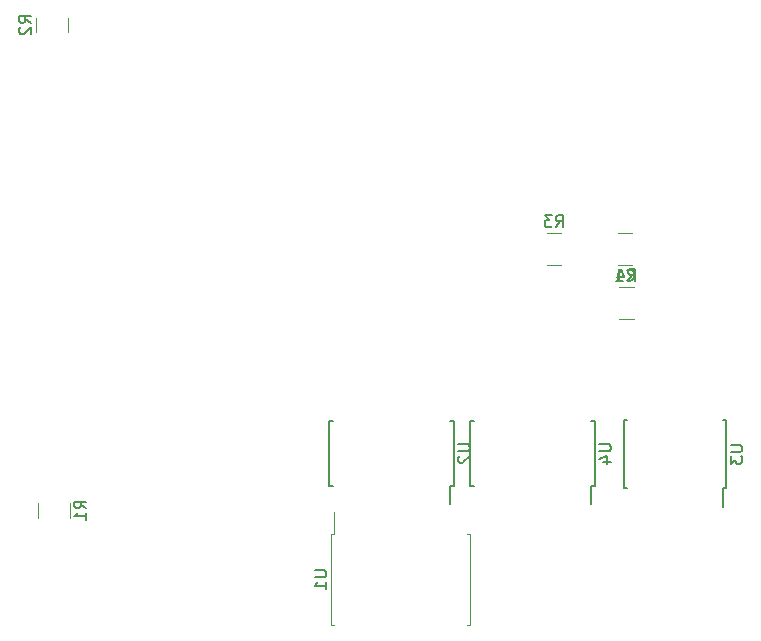
<source format=gbr>
G04 #@! TF.GenerationSoftware,KiCad,Pcbnew,(5.1.4-0-10_14)*
G04 #@! TF.CreationDate,2020-02-23T16:46:41+00:00*
G04 #@! TF.ProjectId,Bottom PCB,426f7474-6f6d-4205-9043-422e6b696361,rev?*
G04 #@! TF.SameCoordinates,Original*
G04 #@! TF.FileFunction,Legend,Bot*
G04 #@! TF.FilePolarity,Positive*
%FSLAX46Y46*%
G04 Gerber Fmt 4.6, Leading zero omitted, Abs format (unit mm)*
G04 Created by KiCad (PCBNEW (5.1.4-0-10_14)) date 2020-02-23 16:46:41*
%MOMM*%
%LPD*%
G04 APERTURE LIST*
%ADD10C,0.120000*%
%ADD11C,0.150000*%
G04 APERTURE END LIST*
D10*
X138378000Y-112218000D02*
X138378000Y-110403000D01*
X138133000Y-112218000D02*
X138378000Y-112218000D01*
X138133000Y-116078000D02*
X138133000Y-112218000D01*
X138133000Y-119938000D02*
X138378000Y-119938000D01*
X138133000Y-116078000D02*
X138133000Y-119938000D01*
X149903000Y-112218000D02*
X149658000Y-112218000D01*
X149903000Y-116078000D02*
X149903000Y-112218000D01*
X149903000Y-119938000D02*
X149658000Y-119938000D01*
X149903000Y-116078000D02*
X149903000Y-119938000D01*
D11*
X171363000Y-108329000D02*
X171363000Y-109929000D01*
X162938000Y-108329000D02*
X162938000Y-102579000D01*
X171588000Y-108329000D02*
X171588000Y-102579000D01*
X162938000Y-108329000D02*
X163238000Y-108329000D01*
X162938000Y-102579000D02*
X163238000Y-102579000D01*
X171588000Y-102579000D02*
X171288000Y-102579000D01*
X171588000Y-108329000D02*
X171363000Y-108329000D01*
D10*
X163760564Y-94006500D02*
X162556436Y-94006500D01*
X163760564Y-91286500D02*
X162556436Y-91286500D01*
X157610564Y-89434500D02*
X156406436Y-89434500D01*
X157610564Y-86714500D02*
X156406436Y-86714500D01*
X162438936Y-86714500D02*
X163643064Y-86714500D01*
X162438936Y-89434500D02*
X163643064Y-89434500D01*
D11*
X160194000Y-108185000D02*
X160194000Y-109710000D01*
X149919000Y-108185000D02*
X149919000Y-102635000D01*
X160469000Y-108185000D02*
X160469000Y-102635000D01*
X149919000Y-108185000D02*
X150274000Y-108185000D01*
X149919000Y-102635000D02*
X150274000Y-102635000D01*
X160469000Y-102635000D02*
X160114000Y-102635000D01*
X160469000Y-108185000D02*
X160194000Y-108185000D01*
X148256000Y-108185000D02*
X148256000Y-109710000D01*
X137981000Y-108185000D02*
X137981000Y-102635000D01*
X148531000Y-108185000D02*
X148531000Y-102635000D01*
X137981000Y-108185000D02*
X138336000Y-108185000D01*
X137981000Y-102635000D02*
X138336000Y-102635000D01*
X148531000Y-102635000D02*
X148176000Y-102635000D01*
X148531000Y-108185000D02*
X148256000Y-108185000D01*
D10*
X113321000Y-110838064D02*
X113321000Y-109633936D01*
X116041000Y-110838064D02*
X116041000Y-109633936D01*
X115914000Y-68522436D02*
X115914000Y-69726564D01*
X113194000Y-68522436D02*
X113194000Y-69726564D01*
D11*
X136750380Y-115316095D02*
X137559904Y-115316095D01*
X137655142Y-115363714D01*
X137702761Y-115411333D01*
X137750380Y-115506571D01*
X137750380Y-115697047D01*
X137702761Y-115792285D01*
X137655142Y-115839904D01*
X137559904Y-115887523D01*
X136750380Y-115887523D01*
X137750380Y-116887523D02*
X137750380Y-116316095D01*
X137750380Y-116601809D02*
X136750380Y-116601809D01*
X136893238Y-116506571D01*
X136988476Y-116411333D01*
X137036095Y-116316095D01*
X171965380Y-104692095D02*
X172774904Y-104692095D01*
X172870142Y-104739714D01*
X172917761Y-104787333D01*
X172965380Y-104882571D01*
X172965380Y-105073047D01*
X172917761Y-105168285D01*
X172870142Y-105215904D01*
X172774904Y-105263523D01*
X171965380Y-105263523D01*
X171965380Y-105644476D02*
X171965380Y-106263523D01*
X172346333Y-105930190D01*
X172346333Y-106073047D01*
X172393952Y-106168285D01*
X172441571Y-106215904D01*
X172536809Y-106263523D01*
X172774904Y-106263523D01*
X172870142Y-106215904D01*
X172917761Y-106168285D01*
X172965380Y-106073047D01*
X172965380Y-105787333D01*
X172917761Y-105692095D01*
X172870142Y-105644476D01*
X163325166Y-90818880D02*
X163658500Y-90342690D01*
X163896595Y-90818880D02*
X163896595Y-89818880D01*
X163515642Y-89818880D01*
X163420404Y-89866500D01*
X163372785Y-89914119D01*
X163325166Y-90009357D01*
X163325166Y-90152214D01*
X163372785Y-90247452D01*
X163420404Y-90295071D01*
X163515642Y-90342690D01*
X163896595Y-90342690D01*
X162468023Y-90152214D02*
X162468023Y-90818880D01*
X162706119Y-89771261D02*
X162944214Y-90485547D01*
X162325166Y-90485547D01*
X157175166Y-86246880D02*
X157508500Y-85770690D01*
X157746595Y-86246880D02*
X157746595Y-85246880D01*
X157365642Y-85246880D01*
X157270404Y-85294500D01*
X157222785Y-85342119D01*
X157175166Y-85437357D01*
X157175166Y-85580214D01*
X157222785Y-85675452D01*
X157270404Y-85723071D01*
X157365642Y-85770690D01*
X157746595Y-85770690D01*
X156841833Y-85246880D02*
X156222785Y-85246880D01*
X156556119Y-85627833D01*
X156413261Y-85627833D01*
X156318023Y-85675452D01*
X156270404Y-85723071D01*
X156222785Y-85818309D01*
X156222785Y-86056404D01*
X156270404Y-86151642D01*
X156318023Y-86199261D01*
X156413261Y-86246880D01*
X156698976Y-86246880D01*
X156794214Y-86199261D01*
X156841833Y-86151642D01*
X163207666Y-90711642D02*
X163255285Y-90759261D01*
X163398142Y-90806880D01*
X163493380Y-90806880D01*
X163636238Y-90759261D01*
X163731476Y-90664023D01*
X163779095Y-90568785D01*
X163826714Y-90378309D01*
X163826714Y-90235452D01*
X163779095Y-90044976D01*
X163731476Y-89949738D01*
X163636238Y-89854500D01*
X163493380Y-89806880D01*
X163398142Y-89806880D01*
X163255285Y-89854500D01*
X163207666Y-89902119D01*
X162255285Y-90806880D02*
X162826714Y-90806880D01*
X162541000Y-90806880D02*
X162541000Y-89806880D01*
X162636238Y-89949738D01*
X162731476Y-90044976D01*
X162826714Y-90092595D01*
X160846380Y-104648095D02*
X161655904Y-104648095D01*
X161751142Y-104695714D01*
X161798761Y-104743333D01*
X161846380Y-104838571D01*
X161846380Y-105029047D01*
X161798761Y-105124285D01*
X161751142Y-105171904D01*
X161655904Y-105219523D01*
X160846380Y-105219523D01*
X161179714Y-106124285D02*
X161846380Y-106124285D01*
X160798761Y-105886190D02*
X161513047Y-105648095D01*
X161513047Y-106267142D01*
X148908380Y-104648095D02*
X149717904Y-104648095D01*
X149813142Y-104695714D01*
X149860761Y-104743333D01*
X149908380Y-104838571D01*
X149908380Y-105029047D01*
X149860761Y-105124285D01*
X149813142Y-105171904D01*
X149717904Y-105219523D01*
X148908380Y-105219523D01*
X149003619Y-105648095D02*
X148956000Y-105695714D01*
X148908380Y-105790952D01*
X148908380Y-106029047D01*
X148956000Y-106124285D01*
X149003619Y-106171904D01*
X149098857Y-106219523D01*
X149194095Y-106219523D01*
X149336952Y-106171904D01*
X149908380Y-105600476D01*
X149908380Y-106219523D01*
X117413380Y-110069333D02*
X116937190Y-109736000D01*
X117413380Y-109497904D02*
X116413380Y-109497904D01*
X116413380Y-109878857D01*
X116461000Y-109974095D01*
X116508619Y-110021714D01*
X116603857Y-110069333D01*
X116746714Y-110069333D01*
X116841952Y-110021714D01*
X116889571Y-109974095D01*
X116937190Y-109878857D01*
X116937190Y-109497904D01*
X117413380Y-111021714D02*
X117413380Y-110450285D01*
X117413380Y-110736000D02*
X116413380Y-110736000D01*
X116556238Y-110640761D01*
X116651476Y-110545523D01*
X116699095Y-110450285D01*
X112726380Y-68957833D02*
X112250190Y-68624500D01*
X112726380Y-68386404D02*
X111726380Y-68386404D01*
X111726380Y-68767357D01*
X111774000Y-68862595D01*
X111821619Y-68910214D01*
X111916857Y-68957833D01*
X112059714Y-68957833D01*
X112154952Y-68910214D01*
X112202571Y-68862595D01*
X112250190Y-68767357D01*
X112250190Y-68386404D01*
X111821619Y-69338785D02*
X111774000Y-69386404D01*
X111726380Y-69481642D01*
X111726380Y-69719738D01*
X111774000Y-69814976D01*
X111821619Y-69862595D01*
X111916857Y-69910214D01*
X112012095Y-69910214D01*
X112154952Y-69862595D01*
X112726380Y-69291166D01*
X112726380Y-69910214D01*
M02*

</source>
